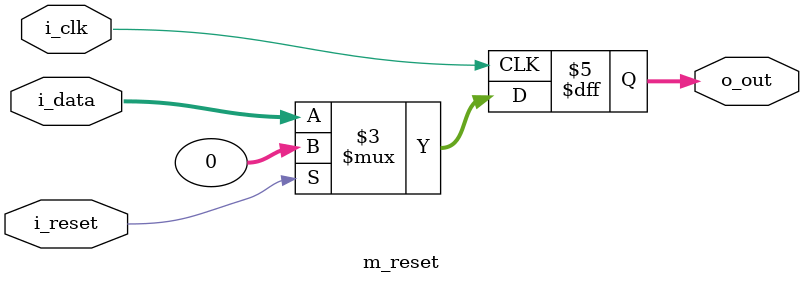
<source format=v>

module m_send(input i_clk, input [31:0] i_data, output reg [31:0] o_out);
  always @(posedge i_clk) begin
    o_out <= i_data;
  end
endmodule

module m_reset(input i_clk, i_reset, input [31:0] i_data, output reg [31:0] o_out);
  always @(posedge i_clk) begin
    if (i_reset) o_out <= 0;
    else o_out <= i_data;
  end
endmodule


</source>
